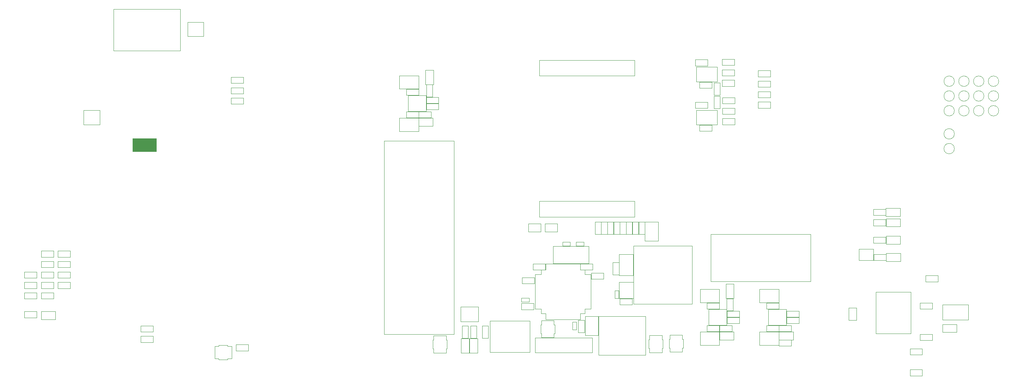
<source format=gbr>
%TF.GenerationSoftware,KiCad,Pcbnew,9.0.1+1*%
%TF.CreationDate,2025-11-23T19:58:41+00:00*%
%TF.ProjectId,nautilus_mainboard,6e617574-696c-4757-935f-6d61696e626f,rev?*%
%TF.SameCoordinates,Original*%
%TF.FileFunction,Other,User*%
%FSLAX46Y46*%
G04 Gerber Fmt 4.6, Leading zero omitted, Abs format (unit mm)*
G04 Created by KiCad (PCBNEW 9.0.1+1) date 2025-11-23 19:58:41*
%MOMM*%
%LPD*%
G01*
G04 APERTURE LIST*
%ADD10C,0.050000*%
%ADD11C,0.100000*%
%ADD12C,0.120000*%
G04 APERTURE END LIST*
D10*
%TO.C,R27*%
X233700000Y-161390000D02*
X236660000Y-161390000D01*
X233700000Y-162850000D02*
X233700000Y-161390000D01*
X236660000Y-161390000D02*
X236660000Y-162850000D01*
X236660000Y-162850000D02*
X233700000Y-162850000D01*
%TO.C,R15*%
X216270000Y-105020000D02*
X217730000Y-105020000D01*
X216270000Y-107980000D02*
X216270000Y-105020000D01*
X217730000Y-105020000D02*
X217730000Y-107980000D01*
X217730000Y-107980000D02*
X216270000Y-107980000D01*
%TO.C,TP6*%
X273980000Y-117310000D02*
G75*
G02*
X271480000Y-117310000I-1250000J0D01*
G01*
X271480000Y-117310000D02*
G75*
G02*
X273980000Y-117310000I1250000J0D01*
G01*
%TO.C,J3*%
X255110000Y-155299999D02*
X263540001Y-155300000D01*
X255110000Y-165350001D02*
X255110000Y-155299999D01*
X263540001Y-155300000D02*
X263540001Y-165350000D01*
X263540001Y-165350000D02*
X255110000Y-165350001D01*
%TO.C,R23*%
X226870000Y-109640000D02*
X229830000Y-109640000D01*
X226870000Y-111100000D02*
X226870000Y-109640000D01*
X229830000Y-109640000D02*
X229830000Y-111100000D01*
X229830000Y-111100000D02*
X226870000Y-111100000D01*
%TO.C,C4*%
X192220000Y-138495000D02*
X193680000Y-138495000D01*
X192220000Y-141455000D02*
X192220000Y-138495000D01*
X193680000Y-138495000D02*
X193680000Y-141455000D01*
X193680000Y-141455000D02*
X192220000Y-141455000D01*
%TO.C,R31*%
X216270000Y-108270000D02*
X217730000Y-108270000D01*
X216270000Y-111230000D02*
X216270000Y-108270000D01*
X217730000Y-108270000D02*
X217730000Y-111230000D01*
X217730000Y-111230000D02*
X216270000Y-111230000D01*
%TO.C,R45*%
X58815000Y-147970000D02*
X61775000Y-147970000D01*
X58815000Y-149430000D02*
X58815000Y-147970000D01*
X61775000Y-147970000D02*
X61775000Y-149430000D01*
X61775000Y-149430000D02*
X58815000Y-149430000D01*
%TO.C,LED3*%
X271120000Y-163100000D02*
X274570000Y-163100000D01*
X271120000Y-165000000D02*
X271120000Y-163100000D01*
X274570000Y-163100000D02*
X274570000Y-165000000D01*
X274570000Y-165000000D02*
X271120000Y-165000000D01*
%TO.C,C52*%
X231900000Y-163340000D02*
X234860000Y-163340000D01*
X231900000Y-164800000D02*
X231900000Y-163340000D01*
X234860000Y-163340000D02*
X234860000Y-164800000D01*
X234860000Y-164800000D02*
X231900000Y-164800000D01*
%TO.C,C20*%
X265695000Y-157963250D02*
X268655000Y-157963250D01*
X265695000Y-159423250D02*
X265695000Y-157963250D01*
X268655000Y-157963250D02*
X268655000Y-159423250D01*
X268655000Y-159423250D02*
X265695000Y-159423250D01*
%TO.C,EXTERNALFAN5V1*%
X100345000Y-103670000D02*
X103305000Y-103670000D01*
X100345000Y-105130000D02*
X100345000Y-103670000D01*
X103305000Y-103670000D02*
X103305000Y-105130000D01*
X103305000Y-105130000D02*
X100345000Y-105130000D01*
%TO.C,U2*%
X212085000Y-111600000D02*
X217085000Y-111600000D01*
X212085000Y-115100000D02*
X212085000Y-111600000D01*
X217085000Y-111600000D02*
X217085000Y-115100000D01*
X217085000Y-115100000D02*
X212085000Y-115100000D01*
%TO.C,TP2*%
X273980000Y-108210000D02*
G75*
G02*
X271480000Y-108210000I-1250000J0D01*
G01*
X271480000Y-108210000D02*
G75*
G02*
X273980000Y-108210000I1250000J0D01*
G01*
%TO.C,TPD4EUSB30DQAR1*%
X175700001Y-138932500D02*
X178700001Y-138932500D01*
X175700001Y-140832500D02*
X175700001Y-138932500D01*
X178700001Y-138932500D02*
X178700001Y-140832500D01*
X178700001Y-140832500D02*
X175700001Y-140832500D01*
%TO.C,R7*%
X254534999Y-137920000D02*
X257494999Y-137920000D01*
X254534999Y-139380000D02*
X254534999Y-137920000D01*
X257494999Y-137920000D02*
X257494999Y-139380000D01*
X257494999Y-139380000D02*
X254534999Y-139380000D01*
%TO.C,Q3*%
X193550000Y-156815000D02*
X193550000Y-152965000D01*
X196950000Y-152965000D02*
X193550000Y-152965000D01*
X196950000Y-152965000D02*
X196950000Y-156815000D01*
X196950000Y-156815000D02*
X193550000Y-156815000D01*
%TO.C,D2*%
X174690000Y-163190000D02*
X174890000Y-163190000D01*
X174690000Y-165290000D02*
X174690000Y-163190000D01*
X174890000Y-162190000D02*
X177890000Y-162190000D01*
X174890000Y-163190000D02*
X174890000Y-162190000D01*
X174890000Y-165290000D02*
X174690000Y-165290000D01*
X174890000Y-166290000D02*
X174890000Y-165290000D01*
X177890000Y-162190000D02*
X177890000Y-163190000D01*
X177890000Y-163190000D02*
X178090000Y-163190000D01*
X177890000Y-165290000D02*
X177890000Y-166290000D01*
X177890000Y-166290000D02*
X174890000Y-166290000D01*
X178090000Y-163190000D02*
X178090000Y-165290000D01*
X178090000Y-165290000D02*
X177890000Y-165290000D01*
%TO.C,C37*%
X142420000Y-111970000D02*
X145380000Y-111970000D01*
X142420000Y-113430000D02*
X142420000Y-111970000D01*
X145380000Y-111970000D02*
X145380000Y-113430000D01*
X145380000Y-113430000D02*
X142420000Y-113430000D01*
%TO.C,R34*%
X50795000Y-150480000D02*
X53755000Y-150480000D01*
X50795000Y-151940000D02*
X50795000Y-150480000D01*
X53755000Y-150480000D02*
X53755000Y-151940000D01*
X53755000Y-151940000D02*
X50795000Y-151940000D01*
%TO.C,R33*%
X193669999Y-156900000D02*
X196629999Y-156900000D01*
X193669999Y-158360000D02*
X193669999Y-156900000D01*
X196629999Y-156900000D02*
X196629999Y-158360000D01*
X196629999Y-158360000D02*
X193669999Y-158360000D01*
%TO.C,C12*%
X172845000Y-148520000D02*
X175805000Y-148520000D01*
X172845000Y-149980000D02*
X172845000Y-148520000D01*
X175805000Y-148520000D02*
X175805000Y-149980000D01*
X175805000Y-149980000D02*
X172845000Y-149980000D01*
%TO.C,C39*%
X233700000Y-159890000D02*
X236660000Y-159890000D01*
X233700000Y-161350000D02*
X233700000Y-159890000D01*
X236660000Y-159890000D02*
X236660000Y-161350000D01*
X236660000Y-161350000D02*
X233700000Y-161350000D01*
%TO.C,LED4*%
X54805000Y-160010000D02*
X58255000Y-160010000D01*
X54805000Y-161910000D02*
X54805000Y-160010000D01*
X58255000Y-160010000D02*
X58255000Y-161910000D01*
X58255000Y-161910000D02*
X54805000Y-161910000D01*
%TO.C,C2*%
X189220000Y-138495000D02*
X190680000Y-138495000D01*
X189220000Y-141455000D02*
X189220000Y-138495000D01*
X190680000Y-138495000D02*
X190680000Y-141455000D01*
X190680000Y-141455000D02*
X189220000Y-141455000D01*
%TO.C,R9*%
X267110000Y-151380000D02*
X270070000Y-151380000D01*
X267110000Y-152840000D02*
X267110000Y-151380000D01*
X270070000Y-151380000D02*
X270070000Y-152840000D01*
X270070000Y-152840000D02*
X267110000Y-152840000D01*
%TO.C,R46*%
X58815000Y-150480000D02*
X61775000Y-150480000D01*
X58815000Y-151940000D02*
X58815000Y-150480000D01*
X61775000Y-150480000D02*
X61775000Y-151940000D01*
X61775000Y-151940000D02*
X58815000Y-151940000D01*
%TO.C,TP5*%
X277530000Y-108210000D02*
G75*
G02*
X275030000Y-108210000I-1250000J0D01*
G01*
X275030000Y-108210000D02*
G75*
G02*
X277530000Y-108210000I1250000J0D01*
G01*
%TO.C,LED7*%
X257575000Y-141900000D02*
X261025000Y-141900000D01*
X257575000Y-143800000D02*
X257575000Y-141900000D01*
X261025000Y-141900000D02*
X261025000Y-143800000D01*
X261025000Y-143800000D02*
X257575000Y-143800000D01*
%TO.C,C38*%
X142420000Y-106570000D02*
X145380000Y-106570000D01*
X142420000Y-108030000D02*
X142420000Y-106570000D01*
X145380000Y-106570000D02*
X145380000Y-108030000D01*
X145380000Y-108030000D02*
X142420000Y-108030000D01*
%TO.C,R48*%
X218295000Y-108600000D02*
X221255000Y-108600000D01*
X218295000Y-110060000D02*
X218295000Y-108600000D01*
X221255000Y-108600000D02*
X221255000Y-110060000D01*
X221255000Y-110060000D02*
X218295000Y-110060000D01*
%TO.C,C21*%
X212948779Y-164889949D02*
X217548779Y-164889949D01*
X212948779Y-168089949D02*
X212948779Y-164889949D01*
X217548779Y-164889949D02*
X217548779Y-168089949D01*
X217548779Y-168089949D02*
X212948779Y-168089949D01*
%TO.C,R4*%
X100345000Y-108690000D02*
X103305000Y-108690000D01*
X100345000Y-110150000D02*
X100345000Y-108690000D01*
X103305000Y-108690000D02*
X103305000Y-110150000D01*
X103305000Y-110150000D02*
X100345000Y-110150000D01*
%TO.C,R6*%
X254520000Y-142120000D02*
X257480000Y-142120000D01*
X254520000Y-143580000D02*
X254520000Y-142120000D01*
X257480000Y-142120000D02*
X257480000Y-143580000D01*
X257480000Y-143580000D02*
X254520000Y-143580000D01*
%TO.C,C53*%
X145445000Y-113500000D02*
X148845000Y-113500000D01*
X145445000Y-115460000D02*
X145445000Y-113500000D01*
X148845000Y-113500000D02*
X148845000Y-115460000D01*
X148845000Y-115460000D02*
X145445000Y-115460000D01*
%TO.C,R5*%
X254620000Y-146270000D02*
X257580000Y-146270000D01*
X254620000Y-147730000D02*
X254620000Y-146270000D01*
X257580000Y-146270000D02*
X257580000Y-147730000D01*
X257580000Y-147730000D02*
X254620000Y-147730000D01*
%TO.C,R35*%
X50795000Y-152990000D02*
X53755000Y-152990000D01*
X50795000Y-154450000D02*
X50795000Y-152990000D01*
X53755000Y-152990000D02*
X53755000Y-154450000D01*
X53755000Y-154450000D02*
X50795000Y-154450000D01*
%TO.C,D1*%
X148790000Y-166859999D02*
X148990000Y-166860000D01*
X148790000Y-168960001D02*
X148790000Y-166859999D01*
X148990000Y-165860000D02*
X151990000Y-165860000D01*
X148990000Y-166860000D02*
X148990000Y-165860000D01*
X148990000Y-168960000D02*
X148790000Y-168960001D01*
X148990000Y-169960000D02*
X148990000Y-168960000D01*
X151990000Y-165860000D02*
X151990000Y-166860000D01*
X151990000Y-166860000D02*
X152190000Y-166859999D01*
X151990000Y-168960000D02*
X151990000Y-169960000D01*
X151990000Y-169960000D02*
X148990000Y-169960000D01*
X152190000Y-166859999D02*
X152190000Y-168960001D01*
X152190000Y-168960001D02*
X151990000Y-168960000D01*
%TO.C,R38*%
X54805000Y-147970000D02*
X57765000Y-147970000D01*
X54805000Y-149430000D02*
X54805000Y-147970000D01*
X57765000Y-147970000D02*
X57765000Y-149430000D01*
X57765000Y-149430000D02*
X54805000Y-149430000D01*
%TO.C,TP8*%
X277530000Y-111760000D02*
G75*
G02*
X275030000Y-111760000I-1250000J0D01*
G01*
X275030000Y-111760000D02*
G75*
G02*
X277530000Y-111760000I1250000J0D01*
G01*
%TO.C,SW1*%
X162550000Y-162300000D02*
X162800000Y-162300000D01*
X162550000Y-162550000D02*
X162550000Y-162300000D01*
X162550000Y-169550000D02*
X162550000Y-162550000D01*
X162550000Y-169550000D02*
X162550000Y-169800000D01*
X162550000Y-169800000D02*
X162800000Y-169800000D01*
X162800000Y-162300000D02*
X171800000Y-162300000D01*
X171800000Y-162300000D02*
X172050000Y-162300000D01*
X171800000Y-169800000D02*
X162800000Y-169800000D01*
X171800000Y-169800000D02*
X172050000Y-169800000D01*
X172050000Y-162300000D02*
X172050000Y-162550000D01*
X172050000Y-162550000D02*
X172050000Y-169550000D01*
X172050000Y-169800000D02*
X172050000Y-169550000D01*
%TO.C,R10*%
X263320000Y-168970000D02*
X266280000Y-168970000D01*
X263320000Y-170430000D02*
X263320000Y-168970000D01*
X266280000Y-168970000D02*
X266280000Y-170430000D01*
X266280000Y-170430000D02*
X263320000Y-170430000D01*
%TO.C,R44*%
X58815000Y-145460000D02*
X61775000Y-145460000D01*
X58815000Y-146920000D02*
X58815000Y-145460000D01*
X61775000Y-145460000D02*
X61775000Y-146920000D01*
X61775000Y-146920000D02*
X58815000Y-146920000D01*
%TO.C,C45*%
X212830000Y-115170000D02*
X215790000Y-115170000D01*
X212830000Y-116630000D02*
X212830000Y-115170000D01*
X215790000Y-115170000D02*
X215790000Y-116630000D01*
X215790000Y-116630000D02*
X212830000Y-116630000D01*
%TO.C,R32*%
X101595000Y-167970000D02*
X104555000Y-167970000D01*
X101595000Y-169430000D02*
X101595000Y-167970000D01*
X104555000Y-167970000D02*
X104555000Y-169430000D01*
X104555000Y-169430000D02*
X101595000Y-169430000D01*
%TO.C,C23*%
X214583779Y-163359949D02*
X217543779Y-163359949D01*
X214583779Y-164819949D02*
X214583779Y-163359949D01*
X217543779Y-163359949D02*
X217543779Y-164819949D01*
X217543779Y-164819949D02*
X214583779Y-164819949D01*
%TO.C,IC1*%
X173325000Y-151099998D02*
X174775000Y-151099998D01*
X173325000Y-159400000D02*
X173325000Y-151099998D01*
X174775000Y-149999999D02*
X175874999Y-149999999D01*
X174775000Y-151099998D02*
X174775000Y-149999999D01*
X174775000Y-159400000D02*
X173325000Y-159400000D01*
X174775000Y-160499999D02*
X174775000Y-159400000D01*
X175874999Y-148549999D02*
X184175001Y-148549999D01*
X175874999Y-149999999D02*
X175874999Y-148549999D01*
X175874999Y-160499999D02*
X174775000Y-160499999D01*
X175874999Y-161949999D02*
X175874999Y-160499999D01*
X184175001Y-148549999D02*
X184175001Y-149999999D01*
X184175001Y-149999999D02*
X185275000Y-149999999D01*
X184175001Y-160499999D02*
X184175001Y-161949999D01*
X184175001Y-161949999D02*
X175874999Y-161949999D01*
X185275000Y-149999999D02*
X185275000Y-151099998D01*
X185275000Y-151099998D02*
X186725000Y-151099998D01*
X185275000Y-159400000D02*
X185275000Y-160499999D01*
X185275000Y-160499999D02*
X184175001Y-160499999D01*
X186725000Y-151099998D02*
X186725000Y-159400000D01*
X186725000Y-159400000D02*
X185275000Y-159400000D01*
%TO.C,J1*%
X188595000Y-161135000D02*
X199885000Y-161135000D01*
X188595000Y-170450000D02*
X188595000Y-161135000D01*
X199885000Y-161135000D02*
X199885000Y-170450000D01*
X199885000Y-170450000D02*
X188595000Y-170450000D01*
%TO.C,C14*%
X186845000Y-150770000D02*
X189805000Y-150770000D01*
X186845000Y-152230000D02*
X186845000Y-150770000D01*
X189805000Y-150770000D02*
X189805000Y-152230000D01*
X189805000Y-152230000D02*
X186845000Y-152230000D01*
%TO.C,R41*%
X54805000Y-150480000D02*
X57765000Y-150480000D01*
X54805000Y-151940000D02*
X54805000Y-150480000D01*
X57765000Y-150480000D02*
X57765000Y-151940000D01*
X57765000Y-151940000D02*
X54805000Y-151940000D01*
D11*
%TO.C,D6*%
X271145000Y-158375000D02*
X277325000Y-158375000D01*
X271145000Y-162025000D02*
X271145000Y-158375000D01*
X277325000Y-158375000D02*
X277325000Y-162025000D01*
X277325000Y-162025000D02*
X271145000Y-162025000D01*
D10*
%TO.C,U1*%
X212085000Y-101250000D02*
X217085000Y-101250000D01*
X212085000Y-104750000D02*
X212085000Y-101250000D01*
X217085000Y-101250000D02*
X217085000Y-104750000D01*
X217085000Y-104750000D02*
X212085000Y-104750000D01*
D11*
%TO.C,IC3*%
X229330000Y-159470001D02*
X233630000Y-159470001D01*
X229330000Y-163269999D02*
X229330000Y-159470001D01*
X233630000Y-159470001D02*
X233630000Y-163269999D01*
X233630000Y-163269999D02*
X229330000Y-163269999D01*
D10*
%TO.C,TP7*%
X273980000Y-120860000D02*
G75*
G02*
X271480000Y-120860000I-1250000J0D01*
G01*
X271480000Y-120860000D02*
G75*
G02*
X273980000Y-120860000I1250000J0D01*
G01*
D11*
%TO.C,J6*%
X215500000Y-141425000D02*
X239500000Y-141425000D01*
X215500000Y-152775000D02*
X215500000Y-141425000D01*
X239500000Y-141425000D02*
X239500000Y-152775000D01*
X239500000Y-152775000D02*
X215500000Y-152775000D01*
D10*
%TO.C,LED1*%
X155600000Y-166524999D02*
X157500000Y-166524999D01*
X155600000Y-169974999D02*
X155600000Y-166524999D01*
X157500000Y-166524999D02*
X157500000Y-169974999D01*
X157500000Y-169974999D02*
X155600000Y-169974999D01*
%TO.C,C50*%
X228875000Y-163340000D02*
X231835000Y-163340000D01*
X228875000Y-164800000D02*
X228875000Y-163340000D01*
X231835000Y-163340000D02*
X231835000Y-164800000D01*
X231835000Y-164800000D02*
X228875000Y-164800000D01*
%TO.C,R25*%
X147270000Y-105494998D02*
X148730000Y-105494998D01*
X147270000Y-108454998D02*
X147270000Y-105494998D01*
X148730000Y-105494998D02*
X148730000Y-108454998D01*
X148730000Y-108454998D02*
X147270000Y-108454998D01*
%TO.C,C16*%
X185350000Y-161150000D02*
X188550000Y-161150000D01*
X185350000Y-165750000D02*
X185350000Y-161150000D01*
X188550000Y-161150000D02*
X188550000Y-165750000D01*
X188550000Y-165750000D02*
X185350000Y-165750000D01*
%TO.C,R24*%
X219370000Y-156894999D02*
X220830000Y-156894999D01*
X219370000Y-159854999D02*
X219370000Y-156894999D01*
X220830000Y-156894999D02*
X220830000Y-159854999D01*
X220830000Y-159854999D02*
X219370000Y-159854999D01*
%TO.C,D7*%
X96445000Y-168345000D02*
X97445000Y-168345000D01*
X96445000Y-171345000D02*
X96445000Y-168345000D01*
X97445000Y-168145000D02*
X99545000Y-168145000D01*
X97445000Y-168345000D02*
X97445000Y-168145000D01*
X97445000Y-171345000D02*
X96445000Y-171345000D01*
X97445000Y-171545000D02*
X97445000Y-171345000D01*
X99545000Y-168145000D02*
X99545000Y-168345000D01*
X99545000Y-168345000D02*
X100545000Y-168345000D01*
X99545000Y-171345000D02*
X99545000Y-171545000D01*
X99545000Y-171545000D02*
X97445000Y-171545000D01*
X100545000Y-168345000D02*
X100545000Y-171345000D01*
X100545000Y-171345000D02*
X99545000Y-171345000D01*
%TO.C,R17*%
X219408779Y-161409949D02*
X222368779Y-161409949D01*
X219408779Y-162869949D02*
X219408779Y-161409949D01*
X222368779Y-161409949D02*
X222368779Y-162869949D01*
X222368779Y-162869949D02*
X219408779Y-162869949D01*
%TO.C,C43*%
X212830000Y-104835000D02*
X215790000Y-104835000D01*
X212830000Y-106295000D02*
X212830000Y-104835000D01*
X215790000Y-104835000D02*
X215790000Y-106295000D01*
X215790000Y-106295000D02*
X212830000Y-106295000D01*
%TO.C,C54*%
X231900000Y-164870000D02*
X235300000Y-164870000D01*
X231900000Y-166830000D02*
X231900000Y-164870000D01*
X235300000Y-164870000D02*
X235300000Y-166830000D01*
X235300000Y-166830000D02*
X231900000Y-166830000D01*
%TO.C,C47*%
X199700000Y-138490000D02*
X202900000Y-138490000D01*
X199700000Y-143090000D02*
X199700000Y-138490000D01*
X202900000Y-138490000D02*
X202900000Y-143090000D01*
X202900000Y-143090000D02*
X199700000Y-143090000D01*
%TO.C,U3*%
X251050000Y-145000000D02*
X254550000Y-145000000D01*
X251050000Y-147700000D02*
X251050000Y-145000000D01*
X254550000Y-145000000D02*
X254550000Y-147700000D01*
X254550000Y-147700000D02*
X251050000Y-147700000D01*
%TO.C,R21*%
X226870000Y-107130000D02*
X229830000Y-107130000D01*
X226870000Y-108590000D02*
X226870000Y-107130000D01*
X229830000Y-107130000D02*
X229830000Y-108590000D01*
X229830000Y-108590000D02*
X226870000Y-108590000D01*
%TO.C,TP3*%
X273980000Y-111760000D02*
G75*
G02*
X271480000Y-111760000I-1250000J0D01*
G01*
X271480000Y-111760000D02*
G75*
G02*
X273980000Y-111760000I1250000J0D01*
G01*
%TO.C,C9*%
X179960000Y-143340000D02*
X181780000Y-143340000D01*
X179960000Y-144260000D02*
X179960000Y-143340000D01*
X181780000Y-143340000D02*
X181780000Y-144260000D01*
X181780000Y-144260000D02*
X179960000Y-144260000D01*
%TO.C,C17*%
X183720000Y-162070000D02*
X185180000Y-162070000D01*
X183720000Y-165030000D02*
X183720000Y-162070000D01*
X185180000Y-162070000D02*
X185180000Y-165030000D01*
X185180000Y-165030000D02*
X183720000Y-165030000D01*
%TO.C,C24*%
X214583779Y-157959949D02*
X217543779Y-157959949D01*
X214583779Y-159419949D02*
X214583779Y-157959949D01*
X217543779Y-157959949D02*
X217543779Y-159419949D01*
X217543779Y-159419949D02*
X214583779Y-159419949D01*
%TO.C,C1*%
X187720000Y-138495000D02*
X189180000Y-138495000D01*
X187720000Y-141455000D02*
X187720000Y-138495000D01*
X189180000Y-138495000D02*
X189180000Y-141455000D01*
X189180000Y-141455000D02*
X187720000Y-141455000D01*
%TO.C,C36*%
X140785000Y-103300000D02*
X145385000Y-103300000D01*
X140785000Y-106500000D02*
X140785000Y-103300000D01*
X145385000Y-103300000D02*
X145385000Y-106500000D01*
X145385000Y-106500000D02*
X140785000Y-106500000D01*
%TO.C,LED9*%
X219150000Y-153375000D02*
X221050000Y-153375000D01*
X219150000Y-156825000D02*
X219150000Y-153375000D01*
X221050000Y-153375000D02*
X221050000Y-156825000D01*
X221050000Y-156825000D02*
X219150000Y-156825000D01*
%TO.C,C7*%
X196720000Y-138495000D02*
X198180000Y-138495000D01*
X196720000Y-141455000D02*
X196720000Y-138495000D01*
X198180000Y-138495000D02*
X198180000Y-141455000D01*
X198180000Y-141455000D02*
X196720000Y-141455000D01*
%TO.C,R22*%
X147245000Y-110020000D02*
X150205000Y-110020000D01*
X147245000Y-111480000D02*
X147245000Y-110020000D01*
X150205000Y-110020000D02*
X150205000Y-111480000D01*
X150205000Y-111480000D02*
X147245000Y-111480000D01*
%TO.C,D4*%
X200600000Y-166749999D02*
X200800000Y-166750000D01*
X200600000Y-168850001D02*
X200600000Y-166749999D01*
X200800000Y-165750000D02*
X203800000Y-165750000D01*
X200800000Y-166750000D02*
X200800000Y-165750000D01*
X200800000Y-168850000D02*
X200600000Y-168850001D01*
X200800000Y-169850000D02*
X200800000Y-168850000D01*
X203800000Y-165750000D02*
X203800000Y-166750000D01*
X203800000Y-166750000D02*
X204000000Y-166749999D01*
X203800000Y-168850000D02*
X203800000Y-169850000D01*
X203800000Y-169850000D02*
X200800000Y-169850000D01*
X204000000Y-166749999D02*
X204000000Y-168850001D01*
X204000000Y-168850001D02*
X203800000Y-168850000D01*
D11*
%TO.C,LS1*%
X197000000Y-144200000D02*
X211000000Y-144200000D01*
X197000000Y-158200000D02*
X197000000Y-144200000D01*
X211000000Y-144200000D02*
X211000000Y-158200000D01*
X211000000Y-158200000D02*
X197000000Y-158200000D01*
D10*
%TO.C,C46*%
X211830000Y-109670000D02*
X214790000Y-109670000D01*
X211830000Y-111130000D02*
X211830000Y-109670000D01*
X214790000Y-109670000D02*
X214790000Y-111130000D01*
X214790000Y-111130000D02*
X211830000Y-111130000D01*
%TO.C,Q1*%
X89965000Y-90500000D02*
X93815000Y-90500000D01*
X89965000Y-93900000D02*
X89965000Y-90500000D01*
X93815000Y-93900000D02*
X89965000Y-93900000D01*
X93815000Y-93900000D02*
X93815000Y-90500000D01*
%TO.C,TP10*%
X281080000Y-108210000D02*
G75*
G02*
X278580000Y-108210000I-1250000J0D01*
G01*
X278580000Y-108210000D02*
G75*
G02*
X281080000Y-108210000I1250000J0D01*
G01*
%TO.C,D3*%
X205500000Y-166649999D02*
X205700000Y-166650000D01*
X205500000Y-168750001D02*
X205500000Y-166649999D01*
X205700000Y-165650000D02*
X208700000Y-165650000D01*
X205700000Y-166650000D02*
X205700000Y-165650000D01*
X205700000Y-168750000D02*
X205500000Y-168750001D01*
X205700000Y-169750000D02*
X205700000Y-168750000D01*
X208700000Y-165650000D02*
X208700000Y-166650000D01*
X208700000Y-166650000D02*
X208900000Y-166649999D01*
X208700000Y-168750000D02*
X208700000Y-169750000D01*
X208700000Y-169750000D02*
X205700000Y-169750000D01*
X208900000Y-166649999D02*
X208900000Y-168750001D01*
X208900000Y-168750001D02*
X208700000Y-168750000D01*
%TO.C,TP15*%
X284630000Y-108210000D02*
G75*
G02*
X282130000Y-108210000I-1250000J0D01*
G01*
X282130000Y-108210000D02*
G75*
G02*
X284630000Y-108210000I1250000J0D01*
G01*
%TO.C,LED8*%
X257625000Y-146050000D02*
X261075000Y-146050000D01*
X257625000Y-147950000D02*
X257625000Y-146050000D01*
X261075000Y-146050000D02*
X261075000Y-147950000D01*
X261075000Y-147950000D02*
X257625000Y-147950000D01*
%TO.C,R50*%
X218230000Y-99365000D02*
X221190000Y-99365000D01*
X218230000Y-100825000D02*
X218230000Y-99365000D01*
X221190000Y-99365000D02*
X221190000Y-100825000D01*
X221190000Y-100825000D02*
X218230000Y-100825000D01*
%TO.C,C25*%
X219408779Y-159909949D02*
X222368779Y-159909949D01*
X219408779Y-161369949D02*
X219408779Y-159909949D01*
X222368779Y-159909949D02*
X222368779Y-161369949D01*
X222368779Y-161369949D02*
X219408779Y-161369949D01*
%TO.C,R11*%
X265695000Y-165493250D02*
X268655000Y-165493250D01*
X265695000Y-166953250D02*
X265695000Y-165493250D01*
X268655000Y-165493250D02*
X268655000Y-166953250D01*
X268655000Y-166953250D02*
X265695000Y-166953250D01*
%TO.C,R13*%
X50795000Y-160010000D02*
X53755000Y-160010000D01*
X50795000Y-161470000D02*
X50795000Y-160010000D01*
X53755000Y-160010000D02*
X53755000Y-161470000D01*
X53755000Y-161470000D02*
X50795000Y-161470000D01*
%TO.C,R43*%
X54805000Y-155500000D02*
X57765000Y-155500000D01*
X54805000Y-156960000D02*
X54805000Y-155500000D01*
X57765000Y-155500000D02*
X57765000Y-156960000D01*
X57765000Y-156960000D02*
X54805000Y-156960000D01*
%TO.C,TP12*%
X284630000Y-104660000D02*
G75*
G02*
X282130000Y-104660000I-1250000J0D01*
G01*
X282130000Y-104660000D02*
G75*
G02*
X284630000Y-104660000I1250000J0D01*
G01*
%TO.C,C48*%
X227240000Y-164870000D02*
X231840000Y-164870000D01*
X227240000Y-168070000D02*
X227240000Y-164870000D01*
X231840000Y-164870000D02*
X231840000Y-168070000D01*
X231840000Y-168070000D02*
X227240000Y-168070000D01*
%TO.C,C19*%
X160640000Y-163495000D02*
X162100000Y-163495000D01*
X160640000Y-166455000D02*
X160640000Y-163495000D01*
X162100000Y-163495000D02*
X162100000Y-166455000D01*
X162100000Y-166455000D02*
X160640000Y-166455000D01*
%TO.C,IC2*%
X155465000Y-158852500D02*
X159715000Y-158852500D01*
X155465000Y-162452500D02*
X155465000Y-158852500D01*
X159715000Y-158852500D02*
X159715000Y-162452500D01*
X159715000Y-162452500D02*
X155465000Y-162452500D01*
%TO.C,R53*%
X218230000Y-104385000D02*
X221190000Y-104385000D01*
X218230000Y-105845000D02*
X218230000Y-104385000D01*
X221190000Y-104385000D02*
X221190000Y-105845000D01*
X221190000Y-105845000D02*
X218230000Y-105845000D01*
%TO.C,TP4*%
X277530000Y-104660000D02*
G75*
G02*
X275030000Y-104660000I-1250000J0D01*
G01*
X275030000Y-104660000D02*
G75*
G02*
X277530000Y-104660000I1250000J0D01*
G01*
%TO.C,R37*%
X54805000Y-145460000D02*
X57765000Y-145460000D01*
X54805000Y-146920000D02*
X54805000Y-145460000D01*
X57765000Y-145460000D02*
X57765000Y-146920000D01*
X57765000Y-146920000D02*
X54805000Y-146920000D01*
%TO.C,C3*%
X190720000Y-138495000D02*
X192180000Y-138495000D01*
X190720000Y-141455000D02*
X190720000Y-138495000D01*
X192180000Y-138495000D02*
X192180000Y-141455000D01*
X192180000Y-141455000D02*
X190720000Y-141455000D01*
%TO.C,LED6*%
X257525000Y-135190000D02*
X260975000Y-135190000D01*
X257525000Y-137090000D02*
X257525000Y-135190000D01*
X260975000Y-135190000D02*
X260975000Y-137090000D01*
X260975000Y-137090000D02*
X257525000Y-137090000D01*
%TO.C,TP16*%
X284630000Y-111760000D02*
G75*
G02*
X282130000Y-111760000I-1250000J0D01*
G01*
X282130000Y-111760000D02*
G75*
G02*
X284630000Y-111760000I1250000J0D01*
G01*
%TO.C,C10*%
X170100000Y-156770000D02*
X171920000Y-156770000D01*
X170100000Y-157690000D02*
X170100000Y-156770000D01*
X171920000Y-156770000D02*
X171920000Y-157690000D01*
X171920000Y-157690000D02*
X170100000Y-157690000D01*
%TO.C,R40*%
X192479999Y-154990001D02*
X193419999Y-154990001D01*
X192479999Y-156850001D02*
X192479999Y-154990001D01*
X193419999Y-154990001D02*
X193419999Y-156850001D01*
X193419999Y-156850001D02*
X192479999Y-156850001D01*
D11*
%TO.C,Y1*%
X177700000Y-144300000D02*
X186250000Y-144300000D01*
X177700000Y-148500000D02*
X177700000Y-144300000D01*
X186250000Y-144300000D02*
X186250000Y-148500000D01*
X186250000Y-148500000D02*
X177700000Y-148500000D01*
D10*
%TO.C,R20*%
X226870000Y-104620000D02*
X229830000Y-104620000D01*
X226870000Y-106080000D02*
X226870000Y-104620000D01*
X229830000Y-104620000D02*
X229830000Y-106080000D01*
X229830000Y-106080000D02*
X226870000Y-106080000D01*
%TO.C,R19*%
X226870000Y-102110000D02*
X229830000Y-102110000D01*
X226870000Y-103570000D02*
X226870000Y-102110000D01*
X229830000Y-102110000D02*
X229830000Y-103570000D01*
X229830000Y-103570000D02*
X226870000Y-103570000D01*
D11*
%TO.C,J2*%
X82440000Y-121565000D02*
X76760000Y-121565000D01*
X76760000Y-118425000D01*
X82440000Y-118425000D01*
X82440000Y-121565000D01*
G36*
X82440000Y-121565000D02*
G01*
X76760000Y-121565000D01*
X76760000Y-118425000D01*
X82440000Y-118425000D01*
X82440000Y-121565000D01*
G37*
D10*
%TO.C,R12*%
X263320000Y-173990000D02*
X266280000Y-173990000D01*
X263320000Y-175450000D02*
X263320000Y-173990000D01*
X266280000Y-173990000D02*
X266280000Y-175450000D01*
X266280000Y-175450000D02*
X263320000Y-175450000D01*
%TO.C,C26*%
X217608779Y-163359949D02*
X220568779Y-163359949D01*
X217608779Y-164819949D02*
X217608779Y-163359949D01*
X220568779Y-163359949D02*
X220568779Y-164819949D01*
X220568779Y-164819949D02*
X217608779Y-164819949D01*
%TO.C,C6*%
X195220000Y-138495000D02*
X196680000Y-138495000D01*
X195220000Y-141455000D02*
X195220000Y-138495000D01*
X196680000Y-138495000D02*
X196680000Y-141455000D01*
X196680000Y-141455000D02*
X195220000Y-141455000D01*
%TO.C,C49*%
X227240000Y-154670000D02*
X231840000Y-154670000D01*
X227240000Y-157870000D02*
X227240000Y-154670000D01*
X231840000Y-154670000D02*
X231840000Y-157870000D01*
X231840000Y-157870000D02*
X227240000Y-157870000D01*
%TO.C,R8*%
X254534999Y-135410000D02*
X257494999Y-135410000D01*
X254534999Y-136870000D02*
X254534999Y-135410000D01*
X257494999Y-135410000D02*
X257494999Y-136870000D01*
X257494999Y-136870000D02*
X254534999Y-136870000D01*
%TO.C,R2*%
X78695000Y-165950000D02*
X81655000Y-165950000D01*
X78695000Y-167410000D02*
X78695000Y-165950000D01*
X81655000Y-165950000D02*
X81655000Y-167410000D01*
X81655000Y-167410000D02*
X78695000Y-167410000D01*
%TO.C,TP11*%
X281080000Y-111760000D02*
G75*
G02*
X278580000Y-111760000I-1250000J0D01*
G01*
X278580000Y-111760000D02*
G75*
G02*
X281080000Y-111760000I1250000J0D01*
G01*
%TO.C,R52*%
X218295000Y-113620000D02*
X221255000Y-113620000D01*
X218295000Y-115080000D02*
X218295000Y-113620000D01*
X221255000Y-113620000D02*
X221255000Y-115080000D01*
X221255000Y-115080000D02*
X218295000Y-115080000D01*
%TO.C,TP9*%
X281080000Y-104660000D02*
G75*
G02*
X278580000Y-104660000I-1250000J0D01*
G01*
X278580000Y-104660000D02*
G75*
G02*
X281080000Y-104660000I1250000J0D01*
G01*
%TO.C,C42*%
X198220000Y-138495000D02*
X199680000Y-138495000D01*
X198220000Y-141455000D02*
X198220000Y-138495000D01*
X199680000Y-138495000D02*
X199680000Y-141455000D01*
X199680000Y-141455000D02*
X198220000Y-141455000D01*
%TO.C,R16*%
X155820000Y-163495000D02*
X157280000Y-163495000D01*
X155820000Y-166455000D02*
X155820000Y-163495000D01*
X157280000Y-163495000D02*
X157280000Y-166455000D01*
X157280000Y-166455000D02*
X155820000Y-166455000D01*
%TO.C,C44*%
X211830000Y-99485000D02*
X214790000Y-99485000D01*
X211830000Y-100945000D02*
X211830000Y-99485000D01*
X214790000Y-99485000D02*
X214790000Y-100945000D01*
X214790000Y-100945000D02*
X211830000Y-100945000D01*
%TO.C,R39*%
X192020000Y-148219998D02*
X193480000Y-148219998D01*
X192020000Y-151179998D02*
X192020000Y-148219998D01*
X193480000Y-148219998D02*
X193480000Y-151179998D01*
X193480000Y-151179998D02*
X192020000Y-151179998D01*
%TO.C,C41*%
X147245000Y-108520000D02*
X150205000Y-108520000D01*
X147245000Y-109980000D02*
X147245000Y-108520000D01*
X150205000Y-108520000D02*
X150205000Y-109980000D01*
X150205000Y-109980000D02*
X147245000Y-109980000D01*
%TO.C,J5*%
X72145000Y-87340000D02*
X72145000Y-97340000D01*
X72145000Y-97340000D02*
X88145000Y-97340000D01*
X88145000Y-87340000D02*
X72145000Y-87340000D01*
X88145000Y-97340000D02*
X88145000Y-87340000D01*
%TO.C,J4*%
X173370000Y-166330000D02*
X173370000Y-169870000D01*
X173370000Y-169870000D02*
X187070000Y-169870000D01*
X187070000Y-166330000D02*
X173370000Y-166330000D01*
X187070000Y-169870000D02*
X187070000Y-166330000D01*
%TO.C,C15*%
X182320000Y-162560000D02*
X183240000Y-162560000D01*
X182320000Y-164380000D02*
X182320000Y-162560000D01*
X183240000Y-162560000D02*
X183240000Y-164380000D01*
X183240000Y-164380000D02*
X182320000Y-164380000D01*
D11*
%TO.C,IC5*%
X142875000Y-108100001D02*
X147175000Y-108100001D01*
X142875000Y-111899999D02*
X142875000Y-108100001D01*
X147175000Y-108100001D02*
X147175000Y-111899999D01*
X147175000Y-111899999D02*
X142875000Y-111899999D01*
D10*
%TO.C,R1*%
X78695000Y-163440000D02*
X81655000Y-163440000D01*
X78695000Y-164900000D02*
X78695000Y-163440000D01*
X81655000Y-163440000D02*
X81655000Y-164900000D01*
X81655000Y-164900000D02*
X78695000Y-164900000D01*
%TO.C,R49*%
X218295000Y-111110000D02*
X221255000Y-111110000D01*
X218295000Y-112570000D02*
X218295000Y-111110000D01*
X221255000Y-111110000D02*
X221255000Y-112570000D01*
X221255000Y-112570000D02*
X218295000Y-112570000D01*
%TO.C,C8*%
X183220000Y-143340000D02*
X185040000Y-143340000D01*
X183220000Y-144260000D02*
X183220000Y-143340000D01*
X185040000Y-143340000D02*
X185040000Y-144260000D01*
X185040000Y-144260000D02*
X183220000Y-144260000D01*
D11*
%TO.C,IC6*%
X215038779Y-159489950D02*
X219338779Y-159489950D01*
X215038779Y-163289948D02*
X215038779Y-159489950D01*
X219338779Y-159489950D02*
X219338779Y-163289948D01*
X219338779Y-163289948D02*
X215038779Y-163289948D01*
D10*
%TO.C,R51*%
X218230000Y-101875000D02*
X221190000Y-101875000D01*
X218230000Y-103335000D02*
X218230000Y-101875000D01*
X221190000Y-101875000D02*
X221190000Y-103335000D01*
X221190000Y-103335000D02*
X218230000Y-103335000D01*
%TO.C,TP1*%
X273980000Y-104660000D02*
G75*
G02*
X271480000Y-104660000I-1250000J0D01*
G01*
X271480000Y-104660000D02*
G75*
G02*
X273980000Y-104660000I1250000J0D01*
G01*
%TO.C,R18*%
X157870000Y-163495000D02*
X159330000Y-163495000D01*
X157870000Y-166455000D02*
X157870000Y-163495000D01*
X159330000Y-163495000D02*
X159330000Y-166455000D01*
X159330000Y-166455000D02*
X157870000Y-166455000D01*
%TO.C,R3*%
X100345000Y-106180000D02*
X103305000Y-106180000D01*
X100345000Y-107640000D02*
X100345000Y-106180000D01*
X103305000Y-106180000D02*
X103305000Y-107640000D01*
X103305000Y-107640000D02*
X100345000Y-107640000D01*
%TO.C,D9*%
X193524999Y-146249999D02*
X196874999Y-146249999D01*
X193524999Y-151349999D02*
X193524999Y-146249999D01*
X196874999Y-146249999D02*
X196874999Y-151349999D01*
X196874999Y-151349999D02*
X193524999Y-151349999D01*
%TO.C,C11*%
X170245000Y-151820000D02*
X173205000Y-151820000D01*
X170245000Y-153280000D02*
X170245000Y-151820000D01*
X173205000Y-151820000D02*
X173205000Y-153280000D01*
X173205000Y-153280000D02*
X170245000Y-153280000D01*
%TO.C,R42*%
X54805000Y-152990000D02*
X57765000Y-152990000D01*
X54805000Y-154450000D02*
X54805000Y-152990000D01*
X57765000Y-152990000D02*
X57765000Y-154450000D01*
X57765000Y-154450000D02*
X54805000Y-154450000D01*
%TO.C,LED2*%
X157650000Y-166525000D02*
X159550000Y-166525000D01*
X157650000Y-169975000D02*
X157650000Y-166525000D01*
X159550000Y-166525000D02*
X159550000Y-169975000D01*
X159550000Y-169975000D02*
X157650000Y-169975000D01*
D12*
%TO.C,Module1*%
X174400000Y-99600000D02*
X197200000Y-99600000D01*
X174400000Y-103380000D02*
X174400000Y-99600000D01*
X174400000Y-133520000D02*
X197200000Y-133520000D01*
X174400000Y-137300000D02*
X174400000Y-133520000D01*
X197200000Y-99600000D02*
X197200000Y-103379999D01*
X197200000Y-103379999D02*
X174400000Y-103380000D01*
X197200000Y-133520000D02*
X197200000Y-137299999D01*
X197200000Y-137299999D02*
X174400000Y-137300000D01*
D10*
%TO.C,LED10*%
X147050000Y-101974999D02*
X148950000Y-101974999D01*
X147050000Y-105424999D02*
X147050000Y-101974999D01*
X148950000Y-101974999D02*
X148950000Y-105424999D01*
X148950000Y-105424999D02*
X147050000Y-105424999D01*
%TO.C,C5*%
X193720000Y-138495000D02*
X195180000Y-138495000D01*
X193720000Y-141455000D02*
X193720000Y-138495000D01*
X195180000Y-138495000D02*
X195180000Y-141455000D01*
X195180000Y-141455000D02*
X193720000Y-141455000D01*
%TO.C,R14*%
X231900000Y-166860000D02*
X234860000Y-166860000D01*
X231900000Y-168320000D02*
X231900000Y-166860000D01*
X234860000Y-166860000D02*
X234860000Y-168320000D01*
X234860000Y-168320000D02*
X231900000Y-168320000D01*
%TO.C,R47*%
X58815000Y-152990000D02*
X61775000Y-152990000D01*
X58815000Y-154450000D02*
X58815000Y-152990000D01*
X61775000Y-152990000D02*
X61775000Y-154450000D01*
X61775000Y-154450000D02*
X58815000Y-154450000D01*
%TO.C,C13*%
X184195000Y-148520000D02*
X187155000Y-148520000D01*
X184195000Y-149980000D02*
X184195000Y-148520000D01*
X187155000Y-148520000D02*
X187155000Y-149980000D01*
X187155000Y-149980000D02*
X184195000Y-149980000D01*
%TO.C,LED5*%
X257575000Y-137690000D02*
X261025000Y-137690000D01*
X257575000Y-139590000D02*
X257575000Y-137690000D01*
X261025000Y-137690000D02*
X261025000Y-139590000D01*
X261025000Y-139590000D02*
X257575000Y-139590000D01*
%TO.C,R36*%
X50795000Y-155500000D02*
X53755000Y-155500000D01*
X50795000Y-156960000D02*
X50795000Y-155500000D01*
X53755000Y-155500000D02*
X53755000Y-156960000D01*
X53755000Y-156960000D02*
X50795000Y-156960000D01*
%TO.C,C18*%
X170095000Y-158070000D02*
X173055000Y-158070000D01*
X170095000Y-159530000D02*
X170095000Y-158070000D01*
X173055000Y-158070000D02*
X173055000Y-159530000D01*
X173055000Y-159530000D02*
X170095000Y-159530000D01*
%TO.C,Q2*%
X64995000Y-111670000D02*
X68845000Y-111670000D01*
X64995000Y-115070000D02*
X64995000Y-111670000D01*
X68845000Y-115070000D02*
X64995000Y-115070000D01*
X68845000Y-115070000D02*
X68845000Y-111670000D01*
%TO.C,C22*%
X212948779Y-154689949D02*
X217548779Y-154689949D01*
X212948779Y-157889949D02*
X212948779Y-154689949D01*
X217548779Y-154689949D02*
X217548779Y-157889949D01*
X217548779Y-157889949D02*
X212948779Y-157889949D01*
%TO.C,C35*%
X140785000Y-113500000D02*
X145385000Y-113500000D01*
X140785000Y-116700000D02*
X140785000Y-113500000D01*
X145385000Y-113500000D02*
X145385000Y-116700000D01*
X145385000Y-116700000D02*
X140785000Y-116700000D01*
%TO.C,C51*%
X228875000Y-157940000D02*
X231835000Y-157940000D01*
X228875000Y-159400000D02*
X228875000Y-157940000D01*
X231835000Y-157940000D02*
X231835000Y-159400000D01*
X231835000Y-159400000D02*
X228875000Y-159400000D01*
%TO.C,C40*%
X145445000Y-111970000D02*
X148405000Y-111970000D01*
X145445000Y-113430000D02*
X145445000Y-111970000D01*
X148405000Y-111970000D02*
X148405000Y-113430000D01*
X148405000Y-113430000D02*
X145445000Y-113430000D01*
%TO.C,TPD4EUSB30DQAR2*%
X171750000Y-138917500D02*
X174750000Y-138917500D01*
X171750000Y-140817500D02*
X171750000Y-138917500D01*
X174750000Y-138917500D02*
X174750000Y-140817500D01*
X174750000Y-140817500D02*
X171750000Y-140817500D01*
%TO.C,TPD4EUSB30DQAR3*%
X248632500Y-159100000D02*
X250532500Y-159100000D01*
X248632500Y-162100000D02*
X248632500Y-159100000D01*
X250532500Y-159100000D02*
X250532500Y-162100000D01*
X250532500Y-162100000D02*
X248632500Y-162100000D01*
%TO.C,J7*%
X137100000Y-119000000D02*
X137100000Y-165490000D01*
X137100000Y-165490000D02*
X153880000Y-165490000D01*
X153880000Y-165490000D02*
X153880001Y-119000000D01*
X153880001Y-119000000D02*
X137100000Y-119000000D01*
%TO.C,C27*%
X217608779Y-164889949D02*
X221008779Y-164889949D01*
X217608779Y-166849949D02*
X217608779Y-164889949D01*
X221008779Y-164889949D02*
X221008779Y-166849949D01*
X221008779Y-166849949D02*
X217608779Y-166849949D01*
%TD*%
M02*

</source>
